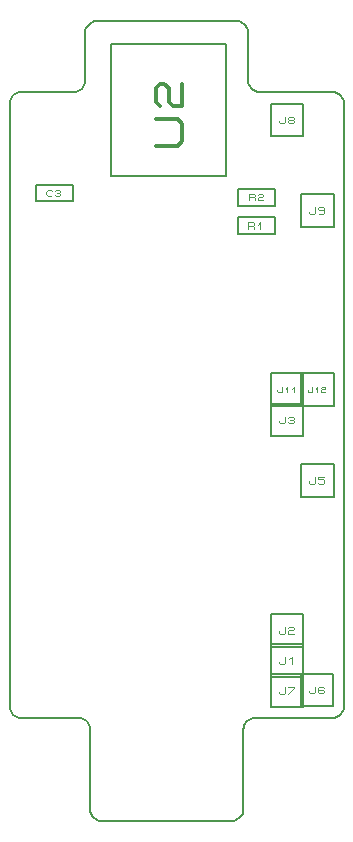
<source format=gbr>
G04 PROTEUS RS274X GERBER FILE*
%FSLAX45Y45*%
%MOMM*%
G01*
%ADD71C,0.203200*%
%ADD72C,0.085340*%
%ADD73C,0.091440*%
%ADD30C,0.068580*%
%ADD31C,0.372530*%
D71*
X+640840Y+1516420D02*
X+955800Y+1516420D01*
X+955800Y+1658660D01*
X+640840Y+1658660D01*
X+640840Y+1516420D01*
D72*
X+730045Y+1561936D02*
X+730045Y+1613143D01*
X+772716Y+1613143D01*
X+781251Y+1604608D01*
X+781251Y+1596074D01*
X+772716Y+1587540D01*
X+730045Y+1587540D01*
X+772716Y+1587540D02*
X+781251Y+1579005D01*
X+781251Y+1561936D01*
X+815388Y+1596074D02*
X+832457Y+1613143D01*
X+832457Y+1561936D01*
D71*
X+643740Y+1756420D02*
X+958700Y+1756420D01*
X+958700Y+1898660D01*
X+643740Y+1898660D01*
X+643740Y+1756420D01*
D72*
X+732945Y+1801936D02*
X+732945Y+1853143D01*
X+775616Y+1853143D01*
X+784151Y+1844608D01*
X+784151Y+1836074D01*
X+775616Y+1827540D01*
X+732945Y+1827540D01*
X+775616Y+1827540D02*
X+784151Y+1819005D01*
X+784151Y+1801936D01*
X+809754Y+1844608D02*
X+818288Y+1853143D01*
X+843891Y+1853143D01*
X+852426Y+1844608D01*
X+852426Y+1836074D01*
X+843891Y+1827540D01*
X+818288Y+1827540D01*
X+809754Y+1819005D01*
X+809754Y+1801936D01*
X+852426Y+1801936D01*
D71*
X+1177840Y-707160D02*
X+1452160Y-707160D01*
X+1452160Y-432840D01*
X+1177840Y-432840D01*
X+1177840Y-707160D01*
D73*
X+1241848Y-579144D02*
X+1241848Y-588288D01*
X+1250992Y-597432D01*
X+1287568Y-597432D01*
X+1296712Y-588288D01*
X+1296712Y-542568D01*
X+1369864Y-542568D02*
X+1324144Y-542568D01*
X+1324144Y-560856D01*
X+1360720Y-560856D01*
X+1369864Y-570000D01*
X+1369864Y-588288D01*
X+1360720Y-597432D01*
X+1333288Y-597432D01*
X+1324144Y-588288D01*
D71*
X+922840Y-197160D02*
X+1197160Y-197160D01*
X+1197160Y+77160D01*
X+922840Y+77160D01*
X+922840Y-197160D01*
D73*
X+986848Y-69144D02*
X+986848Y-78288D01*
X+995992Y-87432D01*
X+1032568Y-87432D01*
X+1041712Y-78288D01*
X+1041712Y-32568D01*
X+1069144Y-41712D02*
X+1078288Y-32568D01*
X+1105720Y-32568D01*
X+1114864Y-41712D01*
X+1114864Y-50856D01*
X+1105720Y-60000D01*
X+1114864Y-69144D01*
X+1114864Y-78288D01*
X+1105720Y-87432D01*
X+1078288Y-87432D01*
X+1069144Y-78288D01*
X+1087432Y-60000D02*
X+1105720Y-60000D01*
D71*
X+922840Y-2232160D02*
X+1197160Y-2232160D01*
X+1197160Y-1957840D01*
X+922840Y-1957840D01*
X+922840Y-2232160D01*
D73*
X+986848Y-2104144D02*
X+986848Y-2113288D01*
X+995992Y-2122432D01*
X+1032568Y-2122432D01*
X+1041712Y-2113288D01*
X+1041712Y-2067568D01*
X+1078288Y-2085856D02*
X+1096576Y-2067568D01*
X+1096576Y-2122432D01*
D71*
X+922840Y-1977160D02*
X+1197160Y-1977160D01*
X+1197160Y-1702840D01*
X+922840Y-1702840D01*
X+922840Y-1977160D01*
D73*
X+986848Y-1849144D02*
X+986848Y-1858288D01*
X+995992Y-1867432D01*
X+1032568Y-1867432D01*
X+1041712Y-1858288D01*
X+1041712Y-1812568D01*
X+1069144Y-1821712D02*
X+1078288Y-1812568D01*
X+1105720Y-1812568D01*
X+1114864Y-1821712D01*
X+1114864Y-1830856D01*
X+1105720Y-1840000D01*
X+1078288Y-1840000D01*
X+1069144Y-1849144D01*
X+1069144Y-1867432D01*
X+1114864Y-1867432D01*
D71*
X+922840Y-2487160D02*
X+1197160Y-2487160D01*
X+1197160Y-2212840D01*
X+922840Y-2212840D01*
X+922840Y-2487160D01*
D73*
X+986848Y-2359144D02*
X+986848Y-2368288D01*
X+995992Y-2377432D01*
X+1032568Y-2377432D01*
X+1041712Y-2368288D01*
X+1041712Y-2322568D01*
X+1069144Y-2322568D02*
X+1114864Y-2322568D01*
X+1114864Y-2331712D01*
X+1069144Y-2377432D01*
D71*
X+922840Y+2342840D02*
X+1197160Y+2342840D01*
X+1197160Y+2617160D01*
X+922840Y+2617160D01*
X+922840Y+2342840D01*
D73*
X+986848Y+2470856D02*
X+986848Y+2461712D01*
X+995992Y+2452568D01*
X+1032568Y+2452568D01*
X+1041712Y+2461712D01*
X+1041712Y+2507432D01*
X+1078288Y+2480000D02*
X+1069144Y+2489144D01*
X+1069144Y+2498288D01*
X+1078288Y+2507432D01*
X+1105720Y+2507432D01*
X+1114864Y+2498288D01*
X+1114864Y+2489144D01*
X+1105720Y+2480000D01*
X+1078288Y+2480000D01*
X+1069144Y+2470856D01*
X+1069144Y+2461712D01*
X+1078288Y+2452568D01*
X+1105720Y+2452568D01*
X+1114864Y+2461712D01*
X+1114864Y+2470856D01*
X+1105720Y+2480000D01*
D71*
X+1177840Y+1577840D02*
X+1452160Y+1577840D01*
X+1452160Y+1852160D01*
X+1177840Y+1852160D01*
X+1177840Y+1577840D01*
D73*
X+1241848Y+1705856D02*
X+1241848Y+1696712D01*
X+1250992Y+1687568D01*
X+1287568Y+1687568D01*
X+1296712Y+1696712D01*
X+1296712Y+1742432D01*
X+1369864Y+1724144D02*
X+1360720Y+1715000D01*
X+1333288Y+1715000D01*
X+1324144Y+1724144D01*
X+1324144Y+1733288D01*
X+1333288Y+1742432D01*
X+1360720Y+1742432D01*
X+1369864Y+1733288D01*
X+1369864Y+1696712D01*
X+1360720Y+1687568D01*
X+1333288Y+1687568D01*
D71*
X+1177140Y-2483860D02*
X+1451460Y-2483860D01*
X+1451460Y-2209540D01*
X+1177140Y-2209540D01*
X+1177140Y-2483860D01*
D73*
X+1241148Y-2355844D02*
X+1241148Y-2364988D01*
X+1250292Y-2374132D01*
X+1286868Y-2374132D01*
X+1296012Y-2364988D01*
X+1296012Y-2319268D01*
X+1369164Y-2328412D02*
X+1360020Y-2319268D01*
X+1332588Y-2319268D01*
X+1323444Y-2328412D01*
X+1323444Y-2364988D01*
X+1332588Y-2374132D01*
X+1360020Y-2374132D01*
X+1369164Y-2364988D01*
X+1369164Y-2355844D01*
X+1360020Y-2346700D01*
X+1323444Y-2346700D01*
D71*
X-610000Y-3352045D02*
X-608010Y-3372492D01*
X-602285Y-3391400D01*
X-581094Y-3423139D01*
X-549356Y-3444330D01*
X-530447Y-3450055D01*
X-510000Y-3452045D01*
X-610000Y-3352045D02*
X-610000Y-2682045D01*
X-611990Y-2661598D01*
X-617715Y-2642690D01*
X-638906Y-2610951D01*
X-670644Y-2589760D01*
X-689553Y-2584035D01*
X-710000Y-2582045D01*
X-1190000Y-2582045D01*
X-1290000Y-2482045D02*
X-1288010Y-2502492D01*
X-1282285Y-2521400D01*
X-1261094Y-2553139D01*
X-1229356Y-2574330D01*
X-1210447Y-2580055D01*
X-1190000Y-2582045D01*
X-1290000Y-2482045D02*
X-1290000Y+2617964D01*
X-1288010Y+2638411D01*
X-1282285Y+2657319D01*
X-1261094Y+2689058D01*
X-1229356Y+2710249D01*
X-1210447Y+2715974D01*
X-1190000Y+2717964D01*
X-750000Y+2717964D01*
X-650000Y+2817964D02*
X-651990Y+2797517D01*
X-657715Y+2778609D01*
X-678906Y+2746870D01*
X-710644Y+2725679D01*
X-729553Y+2719954D01*
X-750000Y+2717964D01*
X-650000Y+2817964D02*
X-650000Y+3218300D01*
X-648010Y+3238747D01*
X-642285Y+3257655D01*
X-621094Y+3289394D01*
X-589356Y+3310585D01*
X-570447Y+3316310D01*
X-550000Y+3318300D01*
X+630000Y+3318300D01*
X+730000Y+3218300D02*
X+728010Y+3238747D01*
X+722285Y+3257655D01*
X+701094Y+3289394D01*
X+669356Y+3310585D01*
X+650447Y+3316310D01*
X+630000Y+3318300D01*
X+730000Y+3218300D02*
X+730000Y+2817964D01*
X+731990Y+2797517D01*
X+737715Y+2778609D01*
X+758906Y+2746870D01*
X+790644Y+2725679D01*
X+809553Y+2719954D01*
X+830000Y+2717964D01*
X+1440000Y+2717964D01*
X+1540000Y+2617964D02*
X+1538010Y+2638411D01*
X+1532285Y+2657319D01*
X+1511094Y+2689058D01*
X+1479356Y+2710249D01*
X+1460447Y+2715974D01*
X+1440000Y+2717964D01*
X+1540000Y+2617964D02*
X+1540000Y-2482045D01*
X+1538010Y-2502492D01*
X+1532285Y-2521400D01*
X+1511094Y-2553139D01*
X+1479356Y-2574330D01*
X+1460447Y-2580055D01*
X+1440000Y-2582045D01*
X+790000Y-2582045D01*
X+690000Y-2682045D02*
X+691990Y-2661598D01*
X+697715Y-2642690D01*
X+718906Y-2610951D01*
X+750644Y-2589760D01*
X+769553Y-2584035D01*
X+790000Y-2582045D01*
X+690000Y-2682045D02*
X+690000Y-3352045D01*
X+688010Y-3372492D01*
X+682285Y-3391400D01*
X+661094Y-3423139D01*
X+629356Y-3444330D01*
X+610447Y-3450055D01*
X+590000Y-3452045D01*
X+302500Y-3452045D01*
X-222500Y-3452045D02*
X-510000Y-3452045D01*
X+302500Y-3452045D02*
X-222500Y-3452045D01*
X+922840Y+62840D02*
X+1197160Y+62840D01*
X+1197160Y+337160D01*
X+922840Y+337160D01*
X+922840Y+62840D01*
D30*
X+977704Y+193142D02*
X+977704Y+186284D01*
X+984562Y+179426D01*
X+1011994Y+179426D01*
X+1018852Y+186284D01*
X+1018852Y+220574D01*
X+1046284Y+206858D02*
X+1060000Y+220574D01*
X+1060000Y+179426D01*
X+1101148Y+206858D02*
X+1114864Y+220574D01*
X+1114864Y+179426D01*
D71*
X+1177840Y+62840D02*
X+1452160Y+62840D01*
X+1452160Y+337160D01*
X+1177840Y+337160D01*
X+1177840Y+62840D01*
D30*
X+1232704Y+193142D02*
X+1232704Y+186284D01*
X+1239562Y+179426D01*
X+1266994Y+179426D01*
X+1273852Y+186284D01*
X+1273852Y+220574D01*
X+1301284Y+206858D02*
X+1315000Y+220574D01*
X+1315000Y+179426D01*
X+1349290Y+213716D02*
X+1356148Y+220574D01*
X+1376722Y+220574D01*
X+1383580Y+213716D01*
X+1383580Y+206858D01*
X+1376722Y+200000D01*
X+1356148Y+200000D01*
X+1349290Y+193142D01*
X+1349290Y+179426D01*
X+1383580Y+179426D01*
D71*
X-429180Y+2004000D02*
X+546180Y+2004000D01*
X+546180Y+3121600D01*
X-429180Y+3121600D01*
X-429180Y+2004000D01*
D31*
X-53260Y+2264774D02*
X+133007Y+2264774D01*
X+170260Y+2302027D01*
X+170260Y+2451040D01*
X+133007Y+2488293D01*
X-53260Y+2488293D01*
X-16007Y+2600053D02*
X-53260Y+2637306D01*
X-53260Y+2749066D01*
X-16007Y+2786319D01*
X+21247Y+2786319D01*
X+58500Y+2749066D01*
X+58500Y+2637306D01*
X+95753Y+2600053D01*
X+170260Y+2600053D01*
X+170260Y+2786319D01*
D71*
X-1069160Y+1791420D02*
X-754200Y+1791420D01*
X-754200Y+1933660D01*
X-1069160Y+1933660D01*
X-1069160Y+1791420D01*
D72*
X-928749Y+1845471D02*
X-937284Y+1836936D01*
X-962887Y+1836936D01*
X-979955Y+1854005D01*
X-979955Y+1871074D01*
X-962887Y+1888143D01*
X-937284Y+1888143D01*
X-928749Y+1879608D01*
X-903146Y+1879608D02*
X-894612Y+1888143D01*
X-869009Y+1888143D01*
X-860474Y+1879608D01*
X-860474Y+1871074D01*
X-869009Y+1862540D01*
X-860474Y+1854005D01*
X-860474Y+1845471D01*
X-869009Y+1836936D01*
X-894612Y+1836936D01*
X-903146Y+1845471D01*
X-886077Y+1862540D02*
X-869009Y+1862540D01*
M02*

</source>
